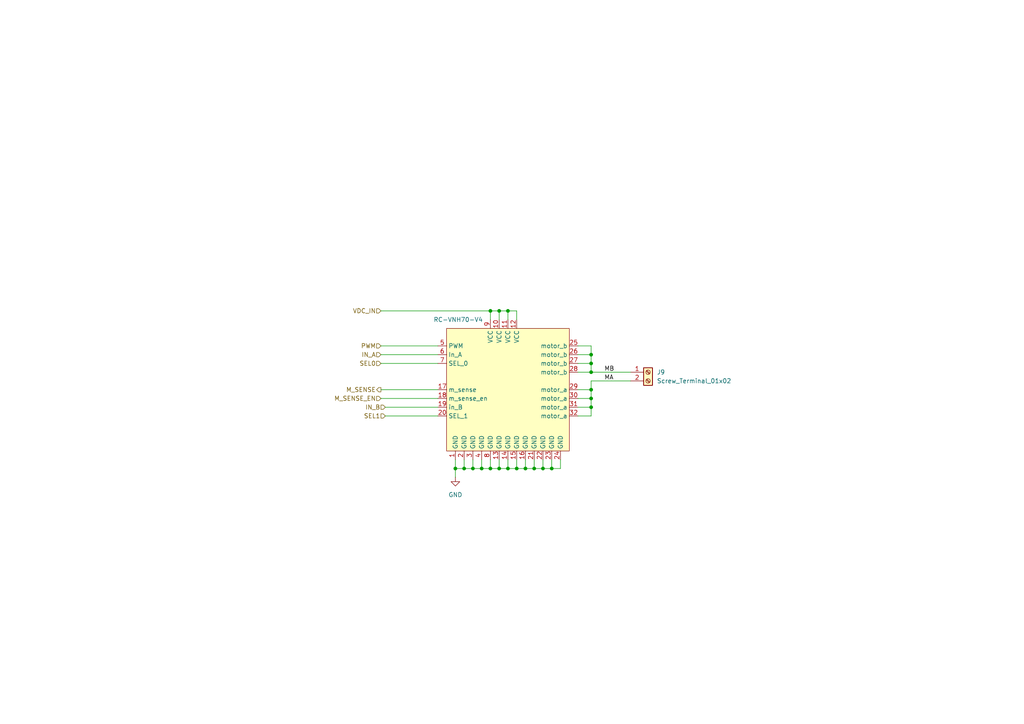
<source format=kicad_sch>
(kicad_sch (version 20250114) (generator "eeschema") (generator_version "9.0")
  (paper "A4")
  (title_block (title "RC-KAKATA-CONTROL") (date "2025-12-01") (rev "1.0") (company "ITLA-HUB"))
  (lib_symbols
    (symbol "Connector:Screw_Terminal_01x02" (pin_names (offset 1.016) (hide yes))
      (property "Reference" "J" (at 0 2.54 0))
      (property "Value" "Screw_Terminal_01x02" (at 0 -5.08 0))
      (symbol "Screw_Terminal_01x02_1_1"
        (rectangle (start -1.27 1.27) (end 1.27 -3.81) (stroke (width 0.254)) (fill (type background)))
        (polyline (pts (xy -0.5334 0.3302) (xy 0.3302 -0.508)) (stroke (width 0.1524)))
        (polyline (pts (xy -0.5334 -2.2098) (xy 0.3302 -3.048)) (stroke (width 0.1524)))
        (polyline (pts (xy -0.3556 0.508) (xy 0.508 -0.3302)) (stroke (width 0.1524)))
        (polyline (pts (xy -0.3556 -2.032) (xy 0.508 -2.8702)) (stroke (width 0.1524)))
        (circle (center 0 0) (radius 0.635) (stroke (width 0.1524)))
        (circle (center 0 -2.54) (radius 0.635) (stroke (width 0.1524)))
        (pin passive line (at -5.08 0 0) (length 3.81) (name "Pin_1") (number "1"))
        (pin passive line (at -5.08 -2.54 0) (length 3.81) (name "Pin_2") (number "2"))
      )
    )
    (symbol "EasyEDA:RC-VNH70-V1"
      (property "Reference" "RC-VNH70-V5" (at -3.81 -4.826 0))
      (symbol "RC-VNH70-V1_1_1"
        (rectangle (start -15.24 7.62) (end 20.32 -27.94) (fill (type background)))
        (pin unspecified line (at -17.78 2.54 0) (length 2.54) (name "motor_b") (number "25"))
        (pin unspecified line (at -17.78 0 0) (length 2.54) (name "motor_b") (number "26"))
        (pin unspecified line (at -17.78 -2.54 0) (length 2.54) (name "motor_b") (number "27"))
        (pin unspecified line (at -17.78 -5.08 0) (length 2.54) (name "motor_b") (number "28"))
        (pin unspecified line (at -17.78 -10.16 0) (length 2.54) (name "motor_a") (number "29"))
        (pin unspecified line (at -17.78 -12.7 0) (length 2.54) (name "motor_a") (number "30"))
        (pin unspecified line (at -17.78 -15.24 0) (length 2.54) (name "motor_a") (number "31"))
        (pin unspecified line (at -17.78 -17.78 0) (length 2.54) (name "motor_a") (number "32"))
        (pin unspecified line (at -12.7 -30.48 90) (length 2.54) (name "GND") (number "24"))
        (pin unspecified line (at -10.16 -30.48 90) (length 2.54) (name "GND") (number "23"))
        (pin unspecified line (at -7.62 -30.48 90) (length 2.54) (name "GND") (number "22"))
        (pin unspecified line (at -5.08 -30.48 90) (length 2.54) (name "GND") (number "21"))
        (pin unspecified line (at -2.54 -30.48 90) (length 2.54) (name "GND") (number "16"))
        (pin unspecified line (at 0 10.16 270) (length 2.54) (name "VCC") (number "12"))
        (pin unspecified line (at 0 -30.48 90) (length 2.54) (name "GND") (number "15"))
        (pin unspecified line (at 2.54 10.16 270) (length 2.54) (name "VCC") (number "11"))
        (pin unspecified line (at 2.54 -30.48 90) (length 2.54) (name "GND") (number "14"))
        (pin unspecified line (at 5.08 10.16 270) (length 2.54) (name "VCC") (number "10"))
        (pin unspecified line (at 5.08 -30.48 90) (length 2.54) (name "GND") (number "13"))
        (pin unspecified line (at 7.62 10.16 270) (length 2.54) (name "VCC") (number "9"))
        (pin unspecified line (at 7.62 -30.48 90) (length 2.54) (name "GND") (number "8"))
        (pin unspecified line (at 10.16 -30.48 90) (length 2.54) (name "GND") (number "4"))
        (pin unspecified line (at 12.7 -30.48 90) (length 2.54) (name "GND") (number "3"))
        (pin unspecified line (at 15.24 -30.48 90) (length 2.54) (name "GND") (number "2"))
        (pin unspecified line (at 17.78 -30.48 90) (length 2.54) (name "GND") (number "1"))
        (pin unspecified line (at 22.86 2.54 180) (length 2.54) (name "PWM") (number "5"))
        (pin unspecified line (at 22.86 0 180) (length 2.54) (name "In_A") (number "6"))
        (pin unspecified line (at 22.86 -2.54 180) (length 2.54) (name "SEL_0") (number "7"))
        (pin unspecified line (at 22.86 -10.16 180) (length 2.54) (name "m_sense") (number "17"))
        (pin unspecified line (at 22.86 -12.7 180) (length 2.54) (name "m_sense_en") (number "18"))
        (pin unspecified line (at 22.86 -15.24 180) (length 2.54) (name "in_B") (number "19"))
        (pin unspecified line (at 22.86 -17.78 180) (length 2.54) (name "SEL_1") (number "20"))
      )
    )
    (symbol "power:GND" (power) (pin_numbers (hide yes)) (pin_names (offset 0) (hide yes))
      (property "Value" "GND" (at 0 -3.81 0))
      (symbol "GND_0_1"
        (polyline (pts (xy 0 0) (xy 0 -1.27) (xy 1.27 -1.27) (xy 0 -2.54) (xy -1.27 -1.27) (xy 0 -1.27)))
      )
      (symbol "GND_1_1"
        (pin power_in line (at 0 0 270) (length 0) (name "~") (number "1"))
      )
    )
  )
  (junction (at 147.32 90.17))
  (junction (at 171.45 107.95))
  (junction (at 157.48 135.89))
  (junction (at 171.45 113.03))
  (junction (at 154.94 135.89))
  (junction (at 171.45 115.57))
  (junction (at 134.62 135.89))
  (junction (at 149.86 135.89))
  (junction (at 171.45 118.11))
  (junction (at 160.02 135.89))
  (junction (at 132.08 135.89))
  (junction (at 137.16 135.89))
  (junction (at 139.7 135.89))
  (junction (at 171.45 102.87))
  (junction (at 147.32 135.89))
  (junction (at 144.78 90.17))
  (junction (at 142.24 90.17))
  (junction (at 144.78 135.89))
  (junction (at 152.4 135.89))
  (junction (at 171.45 105.41))
  (junction (at 142.24 135.89))
  (wire (pts (xy 154.94 133.35) (xy 154.94 135.89)))
  (wire (pts (xy 171.45 110.49) (xy 171.45 113.03)))
  (wire (pts (xy 110.49 100.33) (xy 127 100.33)))
  (wire (pts (xy 134.62 135.89) (xy 132.08 135.89)))
  (wire (pts (xy 147.32 90.17) (xy 144.78 90.17)))
  (wire (pts (xy 147.32 92.71) (xy 147.32 90.17)))
  (wire (pts (xy 167.64 102.87) (xy 171.45 102.87)))
  (wire (pts (xy 149.86 135.89) (xy 147.32 135.89)))
  (wire (pts (xy 110.49 90.17) (xy 142.24 90.17)))
  (wire (pts (xy 171.45 120.65) (xy 171.45 118.11)))
  (wire (pts (xy 110.49 113.03) (xy 127 113.03)))
  (wire (pts (xy 167.64 107.95) (xy 171.45 107.95)))
  (wire (pts (xy 144.78 90.17) (xy 142.24 90.17)))
  (wire (pts (xy 160.02 133.35) (xy 160.02 135.89)))
  (wire (pts (xy 139.7 135.89) (xy 137.16 135.89)))
  (wire (pts (xy 162.56 133.35) (xy 162.56 135.89)))
  (wire (pts (xy 147.32 133.35) (xy 147.32 135.89)))
  (wire (pts (xy 171.45 113.03) (xy 167.64 113.03)))
  (wire (pts (xy 142.24 133.35) (xy 142.24 135.89)))
  (wire (pts (xy 132.08 135.89) (xy 132.08 138.43)))
  (wire (pts (xy 149.86 90.17) (xy 147.32 90.17)))
  (wire (pts (xy 137.16 135.89) (xy 134.62 135.89)))
  (wire (pts (xy 171.45 102.87) (xy 171.45 100.33)))
  (wire (pts (xy 142.24 135.89) (xy 139.7 135.89)))
  (wire (pts (xy 111.76 120.65) (xy 127 120.65)))
  (wire (pts (xy 157.48 135.89) (xy 160.02 135.89)))
  (wire (pts (xy 167.64 120.65) (xy 171.45 120.65)))
  (wire (pts (xy 144.78 135.89) (xy 142.24 135.89)))
  (wire (pts (xy 171.45 110.49) (xy 182.88 110.49)))
  (wire (pts (xy 167.64 115.57) (xy 171.45 115.57)))
  (wire (pts (xy 134.62 133.35) (xy 134.62 135.89)))
  (wire (pts (xy 139.7 133.35) (xy 139.7 135.89)))
  (wire (pts (xy 142.24 92.71) (xy 142.24 90.17)))
  (wire (pts (xy 149.86 133.35) (xy 149.86 135.89)))
  (wire (pts (xy 110.49 102.87) (xy 127 102.87)))
  (wire (pts (xy 167.64 100.33) (xy 171.45 100.33)))
  (wire (pts (xy 144.78 92.71) (xy 144.78 90.17)))
  (wire (pts (xy 160.02 135.89) (xy 162.56 135.89)))
  (wire (pts (xy 149.86 92.71) (xy 149.86 90.17)))
  (wire (pts (xy 157.48 133.35) (xy 157.48 135.89)))
  (wire (pts (xy 167.64 105.41) (xy 171.45 105.41)))
  (wire (pts (xy 171.45 107.95) (xy 171.45 105.41)))
  (wire (pts (xy 171.45 107.95) (xy 182.88 107.95)))
  (wire (pts (xy 137.16 133.35) (xy 137.16 135.89)))
  (wire (pts (xy 110.49 105.41) (xy 127 105.41)))
  (wire (pts (xy 171.45 105.41) (xy 171.45 102.87)))
  (wire (pts (xy 111.76 118.11) (xy 127 118.11)))
  (wire (pts (xy 147.32 135.89) (xy 144.78 135.89)))
  (wire (pts (xy 171.45 115.57) (xy 171.45 113.03)))
  (wire (pts (xy 154.94 135.89) (xy 157.48 135.89)))
  (wire (pts (xy 152.4 135.89) (xy 149.86 135.89)))
  (wire (pts (xy 167.64 118.11) (xy 171.45 118.11)))
  (wire (pts (xy 152.4 133.35) (xy 152.4 135.89)))
  (wire (pts (xy 110.49 115.57) (xy 127 115.57)))
  (wire (pts (xy 132.08 133.35) (xy 132.08 135.89)))
  (wire (pts (xy 154.94 135.89) (xy 152.4 135.89)))
  (wire (pts (xy 171.45 118.11) (xy 171.45 115.57)))
  (wire (pts (xy 144.78 133.35) (xy 144.78 135.89)))
  (label "MA" (at 175.26 110.49 0))
  (label "MB" (at 175.26 107.95 0))
  (hierarchical_label "IN_A" (shape input) (at 110.49 102.87 180))
  (hierarchical_label "IN_B" (shape input) (at 111.76 118.11 180))
  (hierarchical_label "SEL0" (shape input) (at 110.49 105.41 180))
  (hierarchical_label "PWM" (shape input) (at 110.49 100.33 180))
  (hierarchical_label "SEL1" (shape input) (at 111.76 120.65 180))
  (hierarchical_label "M_SENSE" (shape output) (at 110.49 113.03 180))
  (hierarchical_label "M_SENSE_EN" (shape input) (at 110.49 115.57 180))
  (hierarchical_label "VDC_IN" (shape input) (at 110.49 90.17 180))
  (symbol (lib_id "Connector:Screw_Terminal_01x02") (at 187.96 107.95 0) (unit 1)
    (property "Reference" "J2" (at 190.5 107.9499 0) (effects (justify left)))
    (property "Value" "Screw_Terminal_01x02" (at 190.5 110.4899 0) (effects (justify left)))
    (property "Footprint" "EasyEDA:CONN-TH_2P-P5.08_DIBO_DB128V-5.08" (effects (hide yes)))
    (property "Description" "Generic screw terminal, single row, 01x02, script generated (kicad-library-utils/schlib/autogen/connector/)" (effects (hide yes)))
    (instances (project "RC-KAKATA-CONTROL" (path "" (reference "J9") (unit 1)) (path "" (reference "J2") (unit 1)) (path "" (reference "J17") (unit 1)) (path "" (reference "J11") (unit 1)) (path "" (reference "J23") (unit 1)) (path "" (reference "J7") (unit 1)) (path "" (reference "J21") (unit 1)) (path "" (reference "J13") (unit 1)) (path "" (reference "J19") (unit 1)) (path "" (reference "J5") (unit 1))))
  )
  (symbol (lib_id "power:GND") (at 132.08 138.43 0) (unit 1)
    (property "Reference" "#PWR103" (effects (hide yes)))
    (property "Value" "GND" (at 132.08 143.51 0))
    (property "Description" "Power symbol creates a global label with name \"GND\" , ground" (effects (hide yes)))
    (instances (project "RC-KAKATA-CONTROL" (path "" (reference "#PWR65") (unit 1)) (path "" (reference "#PWR103") (unit 1)) (path "" (reference "#PWR74") (unit 1)) (path "" (reference "#PWR68") (unit 1)) (path "" (reference "#PWR83") (unit 1)) (path "" (reference "#PWR62") (unit 1)) (path "" (reference "#PWR80") (unit 1)) (path "" (reference "#PWR71") (unit 1)) (path "" (reference "#PWR77") (unit 1)) (path "" (reference "#PWR58") (unit 1))))
  )
  (symbol (lib_id "EasyEDA:RC-VNH70-V1") (at 149.86 102.87 0) (mirror y) (unit 1)
    (property "Reference" "RC-VNH70-V1" (at 140.0967 92.71 0) (effects (justify left)))
    (property "Footprint" "MG_footprints:RC-VNH70-V1" (effects (hide yes)))
    (instances (project "" (path "" (reference "RC-VNH70-V4") (unit 1)) (path "" (reference "RC-VNH70-V1") (unit 1)) (path "" (reference "RC-VNH70-V7") (unit 1)) (path "" (reference "RC-VNH70-V5") (unit 1)) (path "" (reference "RC-VNH70-V10") (unit 1)) (path "" (reference "RC-VNH70-V3") (unit 1)) (path "" (reference "RC-VNH70-V9") (unit 1)) (path "" (reference "RC-VNH70-V6") (unit 1)) (path "" (reference "RC-VNH70-V8") (unit 1)) (path "" (reference "RC-VNH70-V2") (unit 1))))
  )
)
</source>
